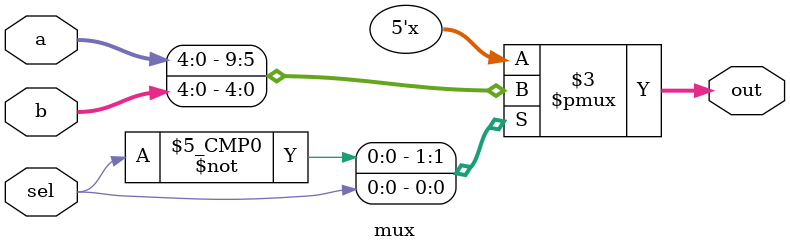
<source format=v>
module mux( 
input [4:0] a, b,
input sel,
output [4:0] out );
// When sel=0, assign a to out. 
// When sel=1, assign b to out.
reg [4:0] out;
always @ (a or b or sel)
	case (sel)
		0: out = a;
		1: out = b;
		2: out = sel? a : b;
		3: out = a;
	endcase
endmodule

</source>
